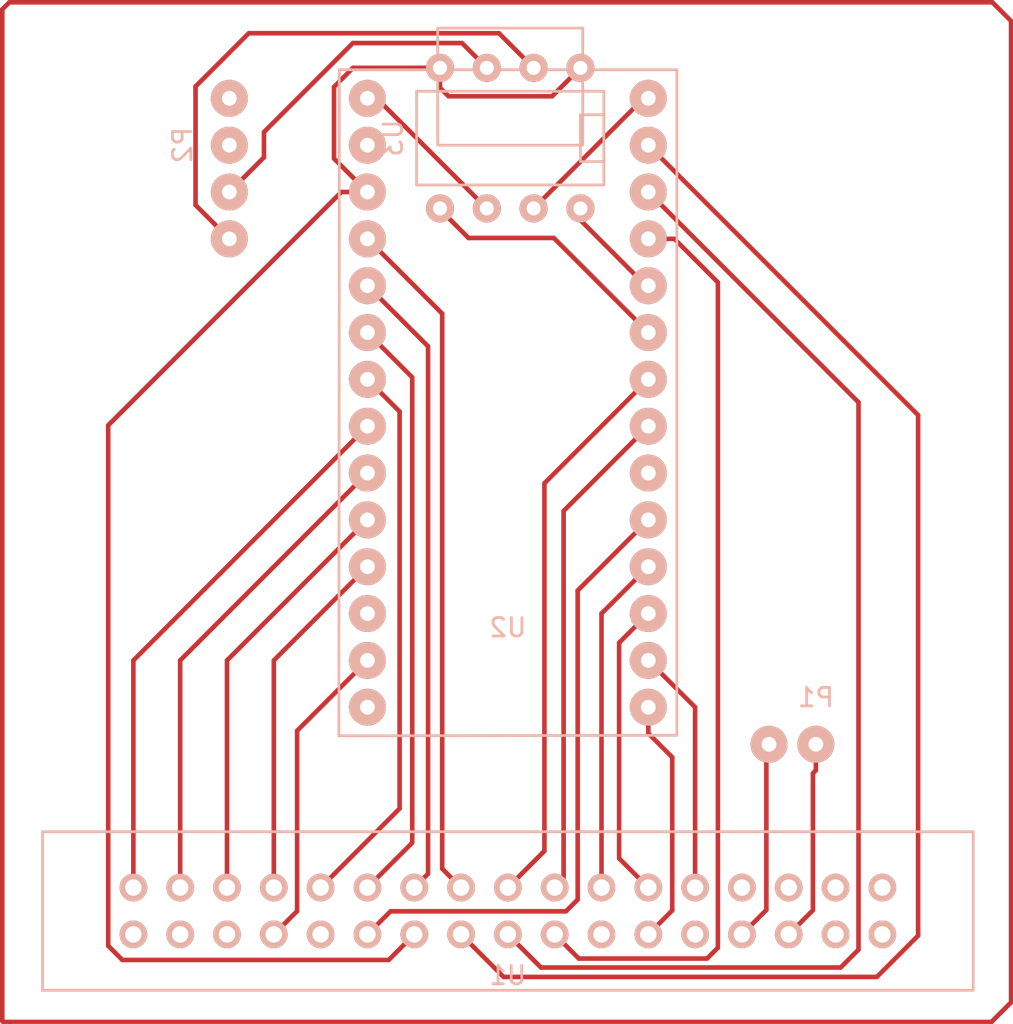
<source format=kicad_pcb>
(kicad_pcb (version 20221018) (generator pcbnew)
  (layers (0 "F.Cu" signal) (31 "B.Cu" signal) (34 "B.Paste" user) (35 "F.Paste" user) (36 "B.SilkS" user "B.Silkscreen") (37 "F.SilkS" user "F.Silkscreen") (38 "B.Mask" user) (39 "F.Mask" user) (44 "Edge.Cuts" user))
  (net 0 "")
  (net 1 "/WHIPER_GND")
  (net 2 "/WHIPER_V++")
  (net 3 "/CAN_H")
  (net 4 "/CAN_L")
  (net 5 "GND")
  (net 6 "5V")
  (net 7 "/CNT_S0")
  (net 8 "/MTR_EN")
  (net 9 "/CNT_S1")
  (net 10 "/MTR_DATA")
  (net 11 "/CNT_S2")
  (net 12 "/MTR_CLR")
  (net 13 "/CNT_S3")
  (net 14 "/ADC_SCLK")
  (net 15 "/MCU_PWM0")
  (net 16 "/MCU_SDO")
  (net 17 "/MCU_PWM1")
  (net 18 "/MCU_SDI")
  (net 19 "/MCU_PWM2")
  (net 20 "/ADC_FS")
  (net 21 "/MCU_PWM3")
  (net 22 "/SEL0")
  (net 23 "/MCU_PWM4")
  (net 24 "/SEL1")
  (net 25 "/MCU_PWM5")
  (net 26 "/SEL2")
  (net 27 "/MCU_PWM6")
  (net 28 "/n_ADC_CSTART")
  (net 29 "/MCU_PWM7")
  (net 30 "/n_ADC_CS")
  (net 31 "/Q_CNT")
  (net 32 "/EOC_MCU")
  (net 33 "/OVRFLW")
  (net 34 "/UNDRFLW")
  (net 35 "/RST")
  (net 36 "/WHIPER_1")
  (net 37 "/WIPER_0")
  (net 38 "/WIPER_2")
  (net 39 "Net-(U2-Pad5)")
  (net 40 "Net-(U2-Pad6)")
  (footprint "ArmFootprints:2-pin-connector" (layer "B.Cu") (at 166.69766 94.33814)
    (fp_text reference "P1" (at 0 -2.54) (layer "B.SilkS") (effects (justify mirror)))
    (fp_text value "CONN_2")
    (pad "1" thru_hole circle (at -2.54 0) (size 2 2) (drill 0.8) (layers "*.Cu" "*.Mask" "B.SilkS") (net 1 "/WHIPER_GND"))
    (pad "2" thru_hole circle (at 0 0) (size 2 2) (drill 0.8) (layers "*.Cu" "*.Mask" "B.SilkS") (net 2 "/WHIPER_V++"))
  )
  (footprint "ArmFootprints:4-pin_connector" (layer "B.Cu") (at 134.874 61.849 90)
    (fp_text reference "P2" (at 0 -2.54 90) (layer "B.SilkS") (effects (justify mirror)))
    (fp_text value "CONN_4")
    (pad "1" thru_hole circle (at -5.08 0 90) (size 2 2) (drill 0.8) (layers "*.Cu" "*.Mask" "B.SilkS") (net 3 "/CAN_H"))
    (pad "2" thru_hole circle (at -2.54 0 90) (size 2 2) (drill 0.8) (layers "*.Cu" "*.Mask" "B.SilkS") (net 4 "/CAN_L"))
    (pad "3" thru_hole circle (at 0 0 90) (size 2 2) (drill 0.8) (layers "*.Cu" "*.Mask" "B.SilkS") (net 5 "GND"))
    (pad "4" thru_hole circle (at 2.54 0 90) (size 2 2) (drill 0.8) (layers "*.Cu" "*.Mask" "B.SilkS") (net 6 "5V"))
  )
  (footprint "ArmFootprints:Teensy3.1" (layer "B.Cu") (at 149.987 77.089 180)
    (fp_text reference "U2" (at 0 -10.922 180) (layer "B.SilkS") (effects (justify mirror)))
    (fp_text value "Teensy3.1")
    (fp_line (start -9.1694 -16.764) (end -9.1694 19.3294) (stroke (width 0.15)) (layer "B.SilkS"))
    (fp_line (start -9.1694 19.3294) (end 9.144 19.3294) (stroke (width 0.15)) (layer "B.SilkS"))
    (fp_line (start -4.064 15.24) (end -4.064 21.59) (stroke (width 0.15)) (layer "B.SilkS"))
    (fp_line (start -4.064 21.59) (end 3.81 21.59) (stroke (width 0.15)) (layer "B.SilkS"))
    (fp_line (start 3.81 15.24) (end -4.064 15.24) (stroke (width 0.15)) (layer "B.SilkS"))
    (fp_line (start 3.81 21.59) (end 3.81 15.24) (stroke (width 0.15)) (layer "B.SilkS"))
    (fp_line (start 9.144 19.3294) (end 9.1694 -16.7894) (stroke (width 0.15)) (layer "B.SilkS"))
    (fp_line (start 9.1694 -16.7894) (end -9.1694 -16.764) (stroke (width 0.15)) (layer "B.SilkS"))
    (pad "1" thru_hole circle (at -7.62 17.78 180) (size 2 2) (drill 0.8) (layers "*.Cu" "*.Mask" "B.SilkS") (net 5 "GND"))
    (pad "2" thru_hole circle (at -7.62 15.24 180) (size 2 2) (drill 0.8) (layers "*.Cu" "*.Mask" "B.SilkS") (net 22 "/SEL0"))
    (pad "3" thru_hole circle (at -7.62 12.7 180) (size 2 2) (drill 0.8) (layers "*.Cu" "*.Mask" "B.SilkS") (net 24 "/SEL1"))
    (pad "4" thru_hole circle (at -7.62 10.16 180) (size 2 2) (drill 0.8) (layers "*.Cu" "*.Mask" "B.SilkS") (net 26 "/SEL2"))
    (pad "5" thru_hole circle (at -7.62 7.62 180) (size 2 2) (drill 0.8) (layers "*.Cu" "*.Mask" "B.SilkS") (net 39 "Net-(U2-Pad5)"))
    (pad "6" thru_hole circle (at -7.62 5.08 180) (size 2 2) (drill 0.8) (layers "*.Cu" "*.Mask" "B.SilkS") (net 40 "Net-(U2-Pad6)"))
    (pad "7" thru_hole circle (at -7.62 2.54 180) (size 2 2) (drill 0.8) (layers "*.Cu" "*.Mask" "B.SilkS") (net 23 "/MCU_PWM4"))
    (pad "8" thru_hole circle (at -7.62 0 180) (size 2 2) (drill 0.8) (layers "*.Cu" "*.Mask" "B.SilkS") (net 25 "/MCU_PWM5"))
    (pad "9" thru_hole circle (at -7.62 -2.54 180) (size 2 2) (drill 0.8) (layers "*.Cu" "*.Mask" "B.SilkS") (net 16 "/MCU_SDO"))
    (pad "10" thru_hole circle (at -7.62 -5.08 180) (size 2 2) (drill 0.8) (layers "*.Cu" "*.Mask" "B.SilkS") (net 18 "/MCU_SDI"))
    (pad "11" thru_hole circle (at -7.62 -7.62 180) (size 2 2) (drill 0.8) (layers "*.Cu" "*.Mask" "B.SilkS") (net 27 "/MCU_PWM6"))
    (pad "12" thru_hole circle (at -7.62 -10.16 180) (size 2 2) (drill 0.8) (layers "*.Cu" "*.Mask" "B.SilkS") (net 29 "/MCU_PWM7"))
    (pad "13" thru_hole circle (at -7.62 -12.7 180) (size 2 2) (drill 0.8) (layers "*.Cu" "*.Mask" "B.SilkS") (net 31 "/Q_CNT"))
    (pad "14" thru_hole circle (at -7.62 -15.24 180) (size 2 2) (drill 0.8) (layers "*.Cu" "*.Mask" "B.SilkS") (net 30 "/n_ADC_CS"))
    (pad "15" thru_hole circle (at 7.62 -15.24 180) (size 2 2) (drill 0.8) (layers "*.Cu" "*.Mask" "B.SilkS") (net 10 "/MTR_DATA"))
    (pad "16" thru_hole circle (at 7.62 -12.7 180) (size 2 2) (drill 0.8) (layers "*.Cu" "*.Mask" "B.SilkS") (net 14 "/ADC_SCLK"))
    (pad "17" thru_hole circle (at 7.62 -10.16 180) (size 2 2) (drill 0.8) (layers "*.Cu" "*.Mask" "B.SilkS") (net 8 "/MTR_EN"))
    (pad "18" thru_hole circle (at 7.62 -7.62 180) (size 2 2) (drill 0.8) (layers "*.Cu" "*.Mask" "B.SilkS") (net 13 "/CNT_S3"))
    (pad "19" thru_hole circle (at 7.62 -5.08 180) (size 2 2) (drill 0.8) (layers "*.Cu" "*.Mask" "B.SilkS") (net 11 "/CNT_S2"))
    (pad "20" thru_hole circle (at 7.62 -2.54 180) (size 2 2) (drill 0.8) (layers "*.Cu" "*.Mask" "B.SilkS") (net 9 "/CNT_S1"))
    (pad "21" thru_hole circle (at 7.62 0 180) (size 2 2) (drill 0.8) (layers "*.Cu" "*.Mask" "B.SilkS") (net 7 "/CNT_S0"))
    (pad "22" thru_hole circle (at 7.62 2.54 180) (size 2 2) (drill 0.8) (layers "*.Cu" "*.Mask" "B.SilkS") (net 15 "/MCU_PWM0"))
    (pad "23" thru_hole circle (at 7.62 5.08 180) (size 2 2) (drill 0.8) (layers "*.Cu" "*.Mask" "B.SilkS") (net 17 "/MCU_PWM1"))
    (pad "24" thru_hole circle (at 7.62 7.62 180) (size 2 2) (drill 0.8) (layers "*.Cu" "*.Mask" "B.SilkS") (net 19 "/MCU_PWM2"))
    (pad "25" thru_hole circle (at 7.62 10.16 180) (size 2 2) (drill 0.8) (layers "*.Cu" "*.Mask" "B.SilkS") (net 21 "/MCU_PWM3"))
    (pad "26" thru_hole circle (at 7.62 12.7 180) (size 2 2) (drill 0.8) (layers "*.Cu" "*.Mask" "B.SilkS") (net 20 "/ADC_FS"))
    (pad "27" thru_hole circle (at 7.62 15.24 180) (size 2 2) (drill 0.8) (layers "*.Cu" "*.Mask" "B.SilkS") (net 1 "/WHIPER_GND"))
    (pad "28" thru_hole circle (at 7.62 17.78 180) (size 2 2) (drill 0.8) (layers "*.Cu" "*.Mask" "B.SilkS") (net 6 "5V"))
  )
  (footprint "ArmFootprints:MCP2562_dip" (layer "B.Cu") (at 150.114 61.468 90)
    (fp_text reference "U3" (at 0 -6.35 90) (layer "B.SilkS") (effects (justify mirror)))
    (fp_text value "MCP2561")
    (fp_line (start -2.54 -5.08) (end -2.54 5.08) (stroke (width 0.15)) (layer "B.SilkS"))
    (fp_line (start -2.54 5.08) (end 2.54 5.08) (stroke (width 0.15)) (layer "B.SilkS"))
    (fp_line (start -1.27 3.81) (end 1.27 3.81) (stroke (width 0.15)) (layer "B.SilkS"))
    (fp_line (start -1.27 5.08) (end -1.27 3.81) (stroke (width 0.15)) (layer "B.SilkS"))
    (fp_line (start 1.27 3.81) (end 1.27 5.08) (stroke (width 0.15)) (layer "B.SilkS"))
    (fp_line (start 2.54 -5.08) (end -2.54 -5.08) (stroke (width 0.15)) (layer "B.SilkS"))
    (fp_line (start 2.54 5.08) (end 2.54 -5.08) (stroke (width 0.15)) (layer "B.SilkS"))
    (pad "1" thru_hole circle (at -3.81 3.81 90) (size 1.524 1.524) (drill 0.762) (layers "*.Cu" "*.Mask" "B.SilkS") (net 39 "Net-(U2-Pad5)"))
    (pad "2" thru_hole circle (at -3.81 1.27 90) (size 1.524 1.524) (drill 0.762) (layers "*.Cu" "*.Mask" "B.SilkS") (net 5 "GND"))
    (pad "3" thru_hole circle (at -3.81 -1.27 90) (size 1.524 1.524) (drill 0.762) (layers "*.Cu" "*.Mask" "B.SilkS") (net 6 "5V"))
    (pad "4" thru_hole circle (at -3.81 -3.81 90) (size 1.524 1.524) (drill 0.762) (layers "*.Cu" "*.Mask" "B.SilkS") (net 40 "Net-(U2-Pad6)"))
    (pad "5" thru_hole circle (at 3.81 -3.81 90) (size 1.524 1.524) (drill 0.762) (layers "*.Cu" "*.Mask" "B.SilkS") (net 20 "/ADC_FS"))
    (pad "6" thru_hole circle (at 3.81 -1.27 90) (size 1.524 1.524) (drill 0.762) (layers "*.Cu" "*.Mask" "B.SilkS") (net 4 "/CAN_L"))
    (pad "7" thru_hole circle (at 3.81 1.27 90) (size 1.524 1.524) (drill 0.762) (layers "*.Cu" "*.Mask" "B.SilkS") (net 3 "/CAN_H"))
    (pad "8" thru_hole circle (at 3.81 3.81 90) (size 1.524 1.524) (drill 0.762) (layers "*.Cu" "*.Mask" "B.SilkS") (net 20 "/ADC_FS"))
  )
  (footprint "ArmFootprints:34-pin_2534-6002UB_WIDE" (layer "B.Cu") (at 149.987 103.378 -90)
    (fp_text reference "U1" (at 3.49 0.01 180) (layer "B.SilkS") (effects (justify mirror)))
    (fp_text value "2534-6002UB_34-pin_header")
    (fp_line (start -4.3 -25.25) (end -4.3 25.25) (stroke (width 0.15)) (layer "B.SilkS"))
    (fp_line (start -4.3 25.25) (end 4.3 25.25) (stroke (width 0.15)) (layer "B.SilkS"))
    (fp_line (start 4.3 -25.25) (end -4.3 -25.25) (stroke (width 0.15)) (layer "B.SilkS"))
    (fp_line (start 4.3 25.25) (end 4.3 -25.25) (stroke (width 0.15)) (layer "B.SilkS"))
    (pad "1" thru_hole circle (at -1.27 20.32 270) (size 1.5 1.5) (drill 0.89) (layers "*.Cu" "*.Mask" "B.SilkS") (net 7 "/CNT_S0"))
    (pad "2" thru_hole circle (at 1.27 20.32 270) (size 1.5 1.5) (drill 0.89) (layers "*.Cu" "*.Mask" "B.SilkS") (net 8 "/MTR_EN"))
    (pad "3" thru_hole circle (at -1.27 17.78 270) (size 1.5 1.5) (drill 0.89) (layers "*.Cu" "*.Mask" "B.SilkS") (net 9 "/CNT_S1"))
    (pad "4" thru_hole circle (at 1.27 17.78 270) (size 1.5 1.5) (drill 0.89) (layers "*.Cu" "*.Mask" "B.SilkS") (net 10 "/MTR_DATA"))
    (pad "5" thru_hole circle (at -1.27 15.24 270) (size 1.5 1.5) (drill 0.89) (layers "*.Cu" "*.Mask" "B.SilkS") (net 11 "/CNT_S2"))
    (pad "6" thru_hole circle (at 1.27 15.24 270) (size 1.5 1.5) (drill 0.89) (layers "*.Cu" "*.Mask" "B.SilkS") (net 12 "/MTR_CLR"))
    (pad "7" thru_hole circle (at -1.27 12.7 270) (size 1.5 1.5) (drill 0.89) (layers "*.Cu" "*.Mask" "B.SilkS") (net 13 "/CNT_S3"))
    (pad "8" thru_hole circle (at 1.27 12.7 270) (size 1.5 1.5) (drill 0.89) (layers "*.Cu" "*.Mask" "B.SilkS") (net 14 "/ADC_SCLK"))
    (pad "9" thru_hole circle (at -1.27 10.16 270) (size 1.5 1.5) (drill 0.89) (layers "*.Cu" "*.Mask" "B.SilkS") (net 15 "/MCU_PWM0"))
    (pad "10" thru_hole circle (at 1.27 10.16 270) (size 1.5 1.5) (drill 0.89) (layers "*.Cu" "*.Mask" "B.SilkS") (net 16 "/MCU_SDO"))
    (pad "11" thru_hole circle (at -1.27 7.62 270) (size 1.5 1.5) (drill 0.89) (layers "*.Cu" "*.Mask" "B.SilkS") (net 17 "/MCU_PWM1"))
    (pad "12" thru_hole circle (at 1.27 7.62 270) (size 1.5 1.5) (drill 0.89) (layers "*.Cu" "*.Mask" "B.SilkS") (net 18 "/MCU_SDI"))
    (pad "13" thru_hole circle (at -1.27 5.08 270) (size 1.5 1.5) (drill 0.89) (layers "*.Cu" "*.Mask" "B.SilkS") (net 19 "/MCU_PWM2"))
    (pad "14" thru_hole circle (at 1.27 5.08 270) (size 1.5 1.5) (drill 0.89) (layers "*.Cu" "*.Mask" "B.SilkS") (net 20 "/ADC_FS"))
    (pad "15" thru_hole circle (at -1.27 2.54 270) (size 1.5 1.5) (drill 0.89) (layers "*.Cu" "*.Mask" "B.SilkS") (net 21 "/MCU_PWM3"))
    (pad "16" thru_hole circle (at 1.27 2.54 270) (size 1.5 1.5) (drill 0.89) (layers "*.Cu" "*.Mask" "B.SilkS") (net 22 "/SEL0"))
    (pad "17" thru_hole circle (at -1.27 0 270) (size 1.5 1.5) (drill 0.89) (layers "*.Cu" "*.Mask" "B.SilkS") (net 23 "/MCU_PWM4"))
    (pad "18" thru_hole circle (at 1.27 0 270) (size 1.5 1.5) (drill 0.89) (layers "*.Cu" "*.Mask" "B.SilkS") (net 24 "/SEL1"))
    (pad "19" thru_hole circle (at -1.27 -2.54 270) (size 1.5 1.5) (drill 0.89) (layers "*.Cu" "*.Mask" "B.SilkS") (net 25 "/MCU_PWM5"))
    (pad "20" thru_hole circle (at 1.27 -2.54 270) (size 1.5 1.5) (drill 0.89) (layers "*.Cu" "*.Mask" "B.SilkS") (net 26 "/SEL2"))
    (pad "21" thru_hole circle (at -1.27 -5.08 270) (size 1.5 1.5) (drill 0.89) (layers "*.Cu" "*.Mask" "B.SilkS") (net 27 "/MCU_PWM6"))
    (pad "22" thru_hole circle (at 1.27 -5.08 270) (size 1.5 1.5) (drill 0.89) (layers "*.Cu" "*.Mask" "B.SilkS") (net 28 "/n_ADC_CSTART"))
    (pad "23" thru_hole circle (at -1.27 -7.62 270) (size 1.5 1.5) (drill 0.89) (layers "*.Cu" "*.Mask" "B.SilkS") (net 29 "/MCU_PWM7"))
    (pad "24" thru_hole circle (at 1.27 -7.62 270) (size 1.5 1.5) (drill 0.89) (layers "*.Cu" "*.Mask" "B.SilkS") (net 30 "/n_ADC_CS"))
    (pad "25" thru_hole circle (at -1.27 -10.16 270) (size 1.5 1.5) (drill 0.89) (layers "*.Cu" "*.Mask" "B.SilkS") (net 31 "/Q_CNT"))
    (pad "26" thru_hole circle (at 1.27 -10.16 270) (size 1.5 1.5) (drill 0.89) (layers "*.Cu" "*.Mask" "B.SilkS") (net 32 "/EOC_MCU"))
    (pad "27" thru_hole circle (at -1.27 -12.7 270) (size 1.5 1.5) (drill 0.89) (layers "*.Cu" "*.Mask" "B.SilkS") (net 33 "/OVRFLW"))
    (pad "28" thru_hole circle (at 1.27 -12.7 270) (size 1.5 1.5) (drill 0.89) (layers "*.Cu" "*.Mask" "B.SilkS") (net 1 "/WHIPER_GND"))
    (pad "29" thru_hole circle (at -1.27 -15.24 270) (size 1.5 1.5) (drill 0.89) (layers "*.Cu" "*.Mask" "B.SilkS") (net 34 "/UNDRFLW"))
    (pad "30" thru_hole circle (at 1.27 -15.24 270) (size 1.5 1.5) (drill 0.89) (layers "*.Cu" "*.Mask" "B.SilkS") (net 2 "/WHIPER_V++"))
    (pad "31" thru_hole circle (at -1.27 -17.78 270) (size 1.5 1.5) (drill 0.89) (layers "*.Cu" "*.Mask" "B.SilkS") (net 35 "/RST"))
    (pad "32" thru_hole circle (at 1.27 -17.78 270) (size 1.5 1.5) (drill 0.89) (layers "*.Cu" "*.Mask" "B.SilkS") (net 36 "/WHIPER_1"))
    (pad "33" thru_hole circle (at -1.27 -20.32 270) (size 1.5 1.5) (drill 0.89) (layers "*.Cu" "*.Mask" "B.SilkS") (net 37 "/WIPER_0"))
    (pad "34" thru_hole circle (at 1.27 -20.32 270) (size 1.5 1.5) (drill 0.89) (layers "*.Cu" "*.Mask" "B.SilkS") (net 38 "/WIPER_2"))
  )
  (segment (start 176.276 54.102) (end 177.292 55.118) (width 0.25) (layer "F.Cu") (net 0))
  (segment (start 122.981085 109.39653) (end 122.60453 109.39653) (width 0.25) (layer "F.Cu") (net 0))
  (segment (start 122.60453 109.39653) (end 122.555 109.347) (width 0.25) (layer "F.Cu") (net 0))
  (segment (start 176.22647 109.39653) (end 122.981085 109.39653) (width 0.25) (layer "F.Cu") (net 0))
  (segment (start 177.292 108.331) (end 176.22647 109.39653) (width 0.25) (layer "F.Cu") (net 0))
  (segment (start 122.555 54.483) (end 122.936 54.102) (width 0.25) (layer "F.Cu") (net 0))
  (segment (start 122.555 109.347) (end 122.555 54.483) (width 0.25) (layer "F.Cu") (net 0))
  (segment (start 122.936 54.102) (end 176.276 54.102) (width 0.25) (layer "F.Cu") (net 0))
  (segment (start 177.292 55.118) (end 177.292 108.331) (width 0.25) (layer "F.Cu") (net 0))
  (segment (start 163.436999 103.898001) (end 162.687 104.648) (width 0.25) (layer "F.Cu") (net 1))
  (segment (start 164.011242 103.323758) (end 163.436999 103.898001) (width 0.25) (layer "F.Cu") (net 1))
  (segment (start 164.011242 94.484558) (end 164.011242 103.323758) (width 0.25) (layer "F.Cu") (net 1))
  (segment (start 164.15766 94.33814) (end 164.011242 94.484558) (width 0.25) (layer "F.Cu") (net 1))
  (segment (start 166.69766 94.33814) (end 166.69766 95.752353) (width 0.25) (layer "F.Cu") (net 2))
  (segment (start 165.976999 103.898001) (end 165.227 104.648) (width 0.25) (layer "F.Cu") (net 2))
  (segment (start 166.538099 95.911914) (end 166.538099 103.336901) (width 0.25) (layer "F.Cu") (net 2))
  (segment (start 166.69766 95.752353) (end 166.538099 95.911914) (width 0.25) (layer "F.Cu") (net 2))
  (segment (start 166.538099 103.336901) (end 165.976999 103.898001) (width 0.25) (layer "F.Cu") (net 2))
  (segment (start 150.622001 56.896001) (end 151.384 57.658) (width 0.25) (layer "F.Cu") (net 3))
  (segment (start 149.504885 55.778885) (end 150.622001 56.896001) (width 0.25) (layer "F.Cu") (net 3))
  (segment (start 134.874 66.929) (end 133.038893 65.093893) (width 0.25) (layer "F.Cu") (net 3))
  (segment (start 133.038893 65.093893) (end 133.038893 58.6676) (width 0.25) (layer "F.Cu") (net 3))
  (segment (start 133.038893 58.6676) (end 135.927608 55.778885) (width 0.25) (layer "F.Cu") (net 3))
  (segment (start 135.927608 55.778885) (end 149.504885 55.778885) (width 0.25) (layer "F.Cu") (net 3))
  (segment (start 136.75181 61.13767) (end 141.576816 56.312664) (width 0.25) (layer "F.Cu") (net 4))
  (segment (start 147.498664 56.312664) (end 148.082001 56.896001) (width 0.25) (layer "F.Cu") (net 4))
  (segment (start 148.082001 56.896001) (end 148.844 57.658) (width 0.25) (layer "F.Cu") (net 4))
  (segment (start 134.874 64.389) (end 136.75181 62.51119) (width 0.25) (layer "F.Cu") (net 4))
  (segment (start 136.75181 62.51119) (end 136.75181 61.13767) (width 0.25) (layer "F.Cu") (net 4))
  (segment (start 141.576816 56.312664) (end 147.498664 56.312664) (width 0.25) (layer "F.Cu") (net 4))
  (segment (start 151.384 65.278) (end 157.353 59.309) (width 0.25) (layer "F.Cu") (net 5))
  (segment (start 157.353 59.309) (end 157.607 59.309) (width 0.25) (layer "F.Cu") (net 5))
  (segment (start 142.875 59.309) (end 142.367 59.309) (width 0.25) (layer "F.Cu") (net 6))
  (segment (start 148.844 65.278) (end 142.875 59.309) (width 0.25) (layer "F.Cu") (net 6))
  (segment (start 129.667 89.789) (end 129.667 102.108) (width 0.25) (layer "F.Cu") (net 7))
  (segment (start 142.367 77.089) (end 129.667 89.789) (width 0.25) (layer "F.Cu") (net 7))
  (segment (start 132.207 89.789) (end 132.207 102.108) (width 0.25) (layer "F.Cu") (net 9))
  (segment (start 142.367 79.629) (end 132.207 89.789) (width 0.25) (layer "F.Cu") (net 9))
  (segment (start 134.747 89.789) (end 134.747 102.108) (width 0.25) (layer "F.Cu") (net 11))
  (segment (start 142.367 82.169) (end 134.747 89.789) (width 0.25) (layer "F.Cu") (net 11))
  (segment (start 137.287 101.04734) (end 137.287 102.108) (width 0.25) (layer "F.Cu") (net 13))
  (segment (start 142.367 84.709) (end 137.287 89.789) (width 0.25) (layer "F.Cu") (net 13))
  (segment (start 137.287 89.789) (end 137.287 101.04734) (width 0.25) (layer "F.Cu") (net 13))
  (segment (start 138.55065 103.38435) (end 138.036999 103.898001) (width 0.25) (layer "F.Cu") (net 14))
  (segment (start 142.367 89.789) (end 138.55065 93.60535) (width 0.25) (layer "F.Cu") (net 14))
  (segment (start 138.55065 93.60535) (end 138.55065 103.38435) (width 0.25) (layer "F.Cu") (net 14))
  (segment (start 138.036999 103.898001) (end 137.287 104.648) (width 0.25) (layer "F.Cu") (net 14))
  (segment (start 144.11325 97.82175) (end 140.576999 101.358001) (width 0.25) (layer "F.Cu") (net 15))
  (segment (start 144.11325 76.29525) (end 144.11325 97.82175) (width 0.25) (layer "F.Cu") (net 15))
  (segment (start 142.367 74.549) (end 144.11325 76.29525) (width 0.25) (layer "F.Cu") (net 15))
  (segment (start 140.576999 101.358001) (end 139.827 102.108) (width 0.25) (layer "F.Cu") (net 15))
  (segment (start 143.116999 101.358001) (end 142.367 102.108) (width 0.25) (layer "F.Cu") (net 17))
  (segment (start 144.79905 74.44105) (end 144.79905 99.67595) (width 0.25) (layer "F.Cu") (net 17))
  (segment (start 144.79905 99.67595) (end 143.116999 101.358001) (width 0.25) (layer "F.Cu") (net 17))
  (segment (start 142.367 72.009) (end 144.79905 74.44105) (width 0.25) (layer "F.Cu") (net 17))
  (segment (start 153.136848 103.395593) (end 143.619407 103.395593) (width 0.25) (layer "F.Cu") (net 18))
  (segment (start 143.619407 103.395593) (end 143.116999 103.898001) (width 0.25) (layer "F.Cu") (net 18))
  (segment (start 153.775761 86.000239) (end 153.775761 102.75668) (width 0.25) (layer "F.Cu") (net 18))
  (segment (start 143.116999 103.898001) (end 142.367 104.648) (width 0.25) (layer "F.Cu") (net 18))
  (segment (start 157.607 82.169) (end 153.775761 86.000239) (width 0.25) (layer "F.Cu") (net 18))
  (segment (start 153.775761 102.75668) (end 153.136848 103.395593) (width 0.25) (layer "F.Cu") (net 18))
  (segment (start 145.656999 72.758999) (end 145.656999 101.358001) (width 0.25) (layer "F.Cu") (net 19))
  (segment (start 145.656999 101.358001) (end 144.907 102.108) (width 0.25) (layer "F.Cu") (net 19))
  (segment (start 142.367 69.469) (end 145.656999 72.758999) (width 0.25) (layer "F.Cu") (net 19))
  (segment (start 128.30175 77.040037) (end 128.30175 105.266664) (width 0.25) (layer "F.Cu") (net 20))
  (segment (start 140.952787 64.389) (end 128.30175 77.040037) (width 0.25) (layer "F.Cu") (net 20))
  (segment (start 146.304 57.658) (end 146.304 58.73563) (width 0.25) (layer "F.Cu") (net 20))
  (segment (start 146.304 58.73563) (end 146.76623 59.19786) (width 0.25) (layer "F.Cu") (net 20))
  (segment (start 140.554858 58.687384) (end 141.584242 57.658) (width 0.25) (layer "F.Cu") (net 20))
  (segment (start 129.067385 106.032299) (end 143.522701 106.032299) (width 0.25) (layer "F.Cu") (net 20))
  (segment (start 142.367 64.389) (end 140.554858 62.576858) (width 0.25) (layer "F.Cu") (net 20))
  (segment (start 142.367 64.389) (end 140.952787 64.389) (width 0.25) (layer "F.Cu") (net 20))
  (segment (start 152.38414 59.19786) (end 153.162001 58.419999) (width 0.25) (layer "F.Cu") (net 20))
  (segment (start 146.76623 59.19786) (end 152.38414 59.19786) (width 0.25) (layer "F.Cu") (net 20))
  (segment (start 143.522701 106.032299) (end 144.157001 105.397999) (width 0.25) (layer "F.Cu") (net 20))
  (segment (start 144.157001 105.397999) (end 144.907 104.648) (width 0.25) (layer "F.Cu") (net 20))
  (segment (start 145.22637 57.658) (end 146.304 57.658) (width 0.25) (layer "F.Cu") (net 20))
  (segment (start 153.162001 58.419999) (end 153.924 57.658) (width 0.25) (layer "F.Cu") (net 20))
  (segment (start 140.554858 62.576858) (end 140.554858 58.687384) (width 0.25) (layer "F.Cu") (net 20))
  (segment (start 141.584242 57.658) (end 145.22637 57.658) (width 0.25) (layer "F.Cu") (net 20))
  (segment (start 128.30175 105.266664) (end 129.067385 106.032299) (width 0.25) (layer "F.Cu") (net 20))
  (segment (start 142.367 66.929) (end 146.424619 70.986619) (width 0.25) (layer "F.Cu") (net 21))
  (segment (start 146.424619 70.986619) (end 146.424619 101.085619) (width 0.25) (layer "F.Cu") (net 21))
  (segment (start 146.424619 101.085619) (end 147.447 102.108) (width 0.25) (layer "F.Cu") (net 21))
  (segment (start 149.751914 106.952914) (end 148.196999 105.397999) (width 0.25) (layer "F.Cu") (net 22))
  (segment (start 170.009337 106.952914) (end 149.751914 106.952914) (width 0.25) (layer "F.Cu") (net 22))
  (segment (start 148.196999 105.397999) (end 147.447 104.648) (width 0.25) (layer "F.Cu") (net 22))
  (segment (start 172.24756 104.714691) (end 170.009337 106.952914) (width 0.25) (layer "F.Cu") (net 22))
  (segment (start 172.24756 76.48956) (end 172.24756 104.714691) (width 0.25) (layer "F.Cu") (net 22))
  (segment (start 157.607 61.849) (end 172.24756 76.48956) (width 0.25) (layer "F.Cu") (net 22))
  (segment (start 151.971272 80.184728) (end 151.971272 100.123728) (width 0.25) (layer "F.Cu") (net 23))
  (segment (start 157.607 74.549) (end 151.971272 80.184728) (width 0.25) (layer "F.Cu") (net 23))
  (segment (start 151.971272 100.123728) (end 149.987 102.108) (width 0.25) (layer "F.Cu") (net 23))
  (segment (start 157.607 64.389) (end 169.013909 75.795909) (width 0.25) (layer "F.Cu") (net 24))
  (segment (start 151.781437 106.442437) (end 150.736999 105.397999) (width 0.25) (layer "F.Cu") (net 24))
  (segment (start 169.013909 75.795909) (end 169.013909 105.472532) (width 0.25) (layer "F.Cu") (net 24))
  (segment (start 150.736999 105.397999) (end 149.987 104.648) (width 0.25) (layer "F.Cu") (net 24))
  (segment (start 169.013909 105.472532) (end 168.044004 106.442437) (width 0.25) (layer "F.Cu") (net 24))
  (segment (start 168.044004 106.442437) (end 151.781437 106.442437) (width 0.25) (layer "F.Cu") (net 24))
  (segment (start 153.011269 101.623731) (end 152.527 102.108) (width 0.25) (layer "F.Cu") (net 25))
  (segment (start 153.011269 81.684731) (end 153.011269 101.623731) (width 0.25) (layer "F.Cu") (net 25))
  (segment (start 157.607 77.089) (end 153.011269 81.684731) (width 0.25) (layer "F.Cu") (net 25))
  (segment (start 157.607 66.929) (end 159.021213 66.929) (width 0.25) (layer "F.Cu") (net 26))
  (segment (start 161.382289 105.370437) (end 160.795241 105.957485) (width 0.25) (layer "F.Cu") (net 26))
  (segment (start 159.021213 66.929) (end 161.382289 69.290076) (width 0.25) (layer "F.Cu") (net 26))
  (segment (start 153.836485 105.957485) (end 153.276999 105.397999) (width 0.25) (layer "F.Cu") (net 26))
  (segment (start 161.382289 69.290076) (end 161.382289 105.370437) (width 0.25) (layer "F.Cu") (net 26))
  (segment (start 153.276999 105.397999) (end 152.527 104.648) (width 0.25) (layer "F.Cu") (net 26))
  (segment (start 160.795241 105.957485) (end 153.836485 105.957485) (width 0.25) (layer "F.Cu") (net 26))
  (segment (start 157.607 84.709) (end 155.067 87.249) (width 0.25) (layer "F.Cu") (net 27))
  (segment (start 155.067 87.249) (end 155.067 102.108) (width 0.25) (layer "F.Cu") (net 27))
  (segment (start 156.022288 88.833712) (end 156.022288 100.523288) (width 0.25) (layer "F.Cu") (net 29))
  (segment (start 156.022288 100.523288) (end 156.857001 101.358001) (width 0.25) (layer "F.Cu") (net 29))
  (segment (start 157.607 87.249) (end 156.022288 88.833712) (width 0.25) (layer "F.Cu") (net 29))
  (segment (start 156.857001 101.358001) (end 157.607 102.108) (width 0.25) (layer "F.Cu") (net 29))
  (segment (start 157.607 93.743213) (end 158.906479 95.042692) (width 0.25) (layer "F.Cu") (net 30))
  (segment (start 158.356999 103.898001) (end 157.607 104.648) (width 0.25) (layer "F.Cu") (net 30))
  (segment (start 158.906479 95.042692) (end 158.906479 103.348521) (width 0.25) (layer "F.Cu") (net 30))
  (segment (start 157.607 92.329) (end 157.607 93.743213) (width 0.25) (layer "F.Cu") (net 30))
  (segment (start 158.906479 103.348521) (end 158.356999 103.898001) (width 0.25) (layer "F.Cu") (net 30))
  (segment (start 157.607 89.789) (end 160.147 92.329) (width 0.25) (layer "F.Cu") (net 31))
  (segment (start 160.147 92.329) (end 160.147 102.108) (width 0.25) (layer "F.Cu") (net 31))
  (segment (start 153.924 65.916379) (end 157.476621 69.469) (width 0.25) (layer "F.Cu") (net 39))
  (segment (start 157.476621 69.469) (end 157.607 69.469) (width 0.25) (layer "F.Cu") (net 39))
  (segment (start 153.924 65.278) (end 153.924 65.916379) (width 0.25) (layer "F.Cu") (net 39))
  (segment (start 146.304 65.278) (end 146.304 65.335213) (width 0.25) (layer "F.Cu") (net 40))
  (segment (start 147.849802 66.881015) (end 152.479015 66.881015) (width 0.25) (layer "F.Cu") (net 40))
  (segment (start 146.304 65.335213) (end 147.849802 66.881015) (width 0.25) (layer "F.Cu") (net 40))
  (segment (start 152.479015 66.881015) (end 157.607 72.009) (width 0.25) (layer "F.Cu") (net 40))
)
</source>
